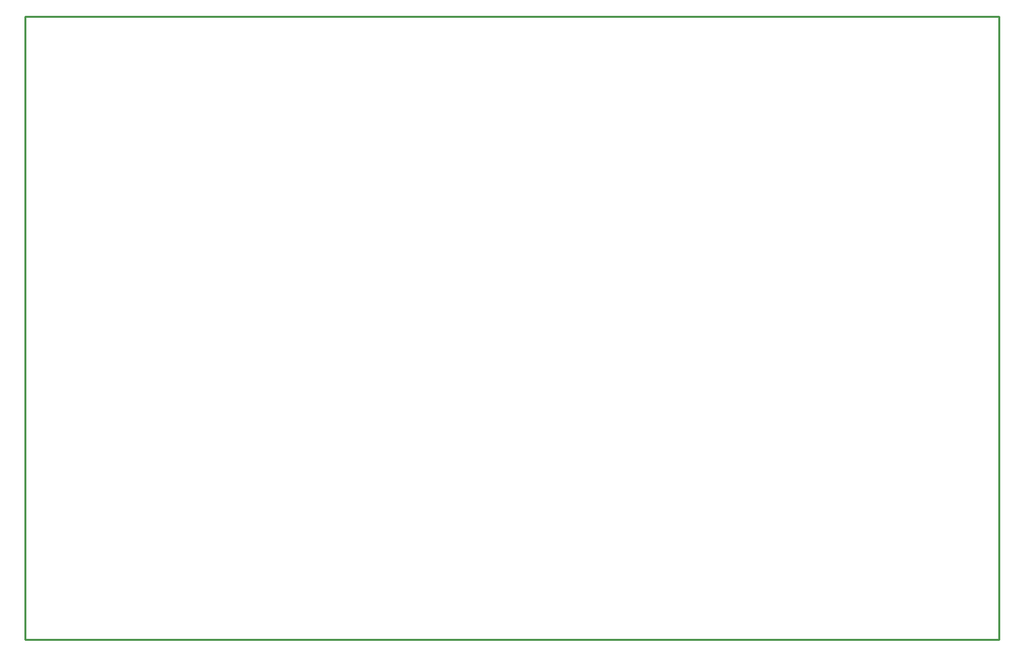
<source format=gbr>
%FSTAX44Y44*%
%MOMM*%
%SFA1B1*%

%IPPOS*%
%ADD96C,0.253999*%
%LNradar_1ghz_mechanical_2-1*%
%LPD*%
G54D96*
X0Y0D02*
X01249999D01*
Y-00799999D02*
Y0D01*
X0Y-00799999D02*
X01249999D01*
X0D02*
Y0D01*
M02*
</source>
